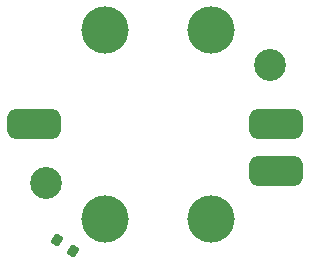
<source format=gbr>
%TF.GenerationSoftware,KiCad,Pcbnew,(6.0.4)*%
%TF.CreationDate,2022-05-31T22:59:13-07:00*%
%TF.ProjectId,VP_SPEAKER_ADAPTER,56505f53-5045-4414-9b45-525f41444150,rev?*%
%TF.SameCoordinates,Original*%
%TF.FileFunction,Soldermask,Bot*%
%TF.FilePolarity,Negative*%
%FSLAX46Y46*%
G04 Gerber Fmt 4.6, Leading zero omitted, Abs format (unit mm)*
G04 Created by KiCad (PCBNEW (6.0.4)) date 2022-05-31 22:59:13*
%MOMM*%
%LPD*%
G01*
G04 APERTURE LIST*
G04 Aperture macros list*
%AMRoundRect*
0 Rectangle with rounded corners*
0 $1 Rounding radius*
0 $2 $3 $4 $5 $6 $7 $8 $9 X,Y pos of 4 corners*
0 Add a 4 corners polygon primitive as box body*
4,1,4,$2,$3,$4,$5,$6,$7,$8,$9,$2,$3,0*
0 Add four circle primitives for the rounded corners*
1,1,$1+$1,$2,$3*
1,1,$1+$1,$4,$5*
1,1,$1+$1,$6,$7*
1,1,$1+$1,$8,$9*
0 Add four rect primitives between the rounded corners*
20,1,$1+$1,$2,$3,$4,$5,0*
20,1,$1+$1,$4,$5,$6,$7,0*
20,1,$1+$1,$6,$7,$8,$9,0*
20,1,$1+$1,$8,$9,$2,$3,0*%
G04 Aperture macros list end*
%ADD10C,2.700000*%
%ADD11C,4.000000*%
%ADD12RoundRect,0.625000X1.625000X0.625000X-1.625000X0.625000X-1.625000X-0.625000X1.625000X-0.625000X0*%
%ADD13RoundRect,0.200000X-0.321564X-0.110552X0.006097X-0.339982X0.321564X0.110552X-0.006097X0.339982X0*%
G04 APERTURE END LIST*
D10*
%TO.C,H1*%
X179516433Y-95000000D03*
%TD*%
%TO.C,H2*%
X160483567Y-105000000D03*
%TD*%
D11*
%TO.C,J7*%
X165500000Y-92000000D03*
%TD*%
%TO.C,J9*%
X174500000Y-108000000D03*
%TD*%
D12*
%TO.C,J10*%
X180000000Y-100000000D03*
X180000000Y-104000000D03*
%TD*%
D13*
%TO.C,R2*%
X161424200Y-109826799D03*
X162775800Y-110773201D03*
%TD*%
D11*
%TO.C,J6*%
X174500000Y-92000000D03*
%TD*%
D12*
%TO.C,J12*%
X159500000Y-100000000D03*
%TD*%
D11*
%TO.C,J8*%
X165500000Y-108000000D03*
%TD*%
M02*

</source>
